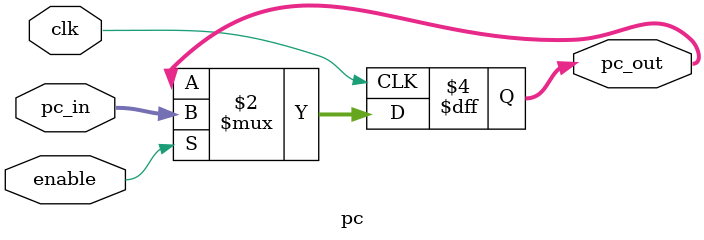
<source format=v>
module pc ( 
    input clk,
	input enable , 
    input [7:0] pc_in,
    output reg [7:0] pc_out
);
	always @(posedge clk ) 
		begin
            if(enable)
				pc_out <= pc_in;
        end
endmodule

</source>
